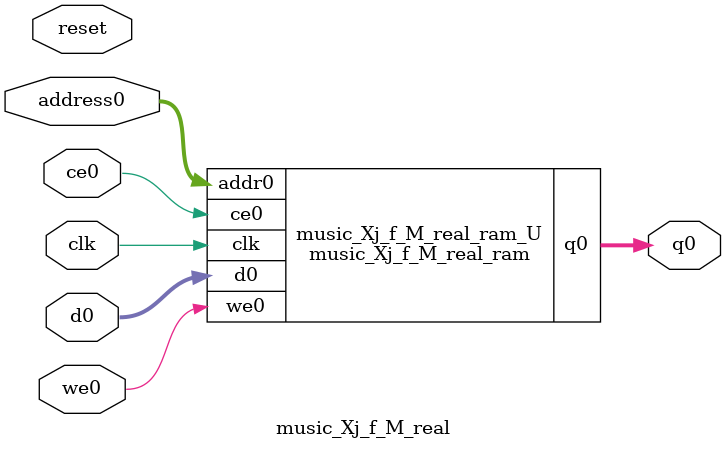
<source format=v>
`timescale 1 ns / 1 ps
module music_Xj_f_M_real_ram (addr0, ce0, d0, we0, q0,  clk);

parameter DWIDTH = 32;
parameter AWIDTH = 16;
parameter MEM_SIZE = 40960;

input[AWIDTH-1:0] addr0;
input ce0;
input[DWIDTH-1:0] d0;
input we0;
output reg[DWIDTH-1:0] q0;
input clk;

(* ram_style = "block" *)reg [DWIDTH-1:0] ram[0:MEM_SIZE-1];




always @(posedge clk)  
begin 
    if (ce0) 
    begin
        if (we0) 
        begin 
            ram[addr0] <= d0; 
        end 
        q0 <= ram[addr0];
    end
end


endmodule

`timescale 1 ns / 1 ps
module music_Xj_f_M_real(
    reset,
    clk,
    address0,
    ce0,
    we0,
    d0,
    q0);

parameter DataWidth = 32'd32;
parameter AddressRange = 32'd40960;
parameter AddressWidth = 32'd16;
input reset;
input clk;
input[AddressWidth - 1:0] address0;
input ce0;
input we0;
input[DataWidth - 1:0] d0;
output[DataWidth - 1:0] q0;



music_Xj_f_M_real_ram music_Xj_f_M_real_ram_U(
    .clk( clk ),
    .addr0( address0 ),
    .ce0( ce0 ),
    .we0( we0 ),
    .d0( d0 ),
    .q0( q0 ));

endmodule


</source>
